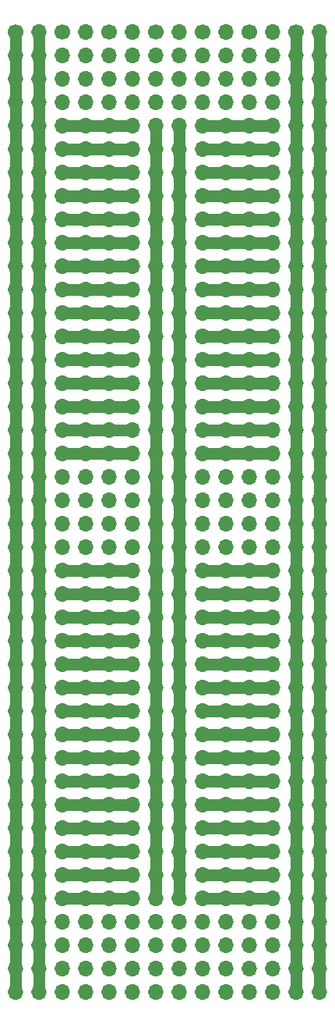
<source format=gbr>
G04 #@! TF.GenerationSoftware,KiCad,Pcbnew,5.0.2+dfsg1-1~bpo9+1*
G04 #@! TF.CreationDate,2019-11-20T21:54:30+01:00*
G04 #@! TF.ProjectId,eurobb,6575726f-6262-42e6-9b69-6361645f7063,rev?*
G04 #@! TF.SameCoordinates,Original*
G04 #@! TF.FileFunction,Copper,L2,Bot*
G04 #@! TF.FilePolarity,Positive*
%FSLAX46Y46*%
G04 Gerber Fmt 4.6, Leading zero omitted, Abs format (unit mm)*
G04 Created by KiCad (PCBNEW 5.0.2+dfsg1-1~bpo9+1) date Wed 20 Nov 2019 09:54:30 PM CET*
%MOMM*%
%LPD*%
G01*
G04 APERTURE LIST*
G04 #@! TA.AperFunction,ComponentPad*
%ADD10O,1.700000X1.700000*%
G04 #@! TD*
G04 #@! TA.AperFunction,ComponentPad*
%ADD11C,1.700000*%
G04 #@! TD*
G04 #@! TA.AperFunction,Conductor*
%ADD12C,1.270000*%
G04 #@! TD*
G04 APERTURE END LIST*
D10*
G04 #@! TO.P,REF\002A\002A,84*
G04 #@! TO.N,N/C*
X72136000Y-154305000D03*
G04 #@! TO.P,REF\002A\002A,83*
X69596000Y-154305000D03*
G04 #@! TO.P,REF\002A\002A,82*
X72136000Y-151765000D03*
G04 #@! TO.P,REF\002A\002A,81*
X69596000Y-151765000D03*
G04 #@! TO.P,REF\002A\002A,80*
X72136000Y-149225000D03*
G04 #@! TO.P,REF\002A\002A,79*
X69596000Y-149225000D03*
G04 #@! TO.P,REF\002A\002A,78*
X72136000Y-146685000D03*
G04 #@! TO.P,REF\002A\002A,77*
X69596000Y-146685000D03*
G04 #@! TO.P,REF\002A\002A,76*
X72136000Y-144145000D03*
G04 #@! TO.P,REF\002A\002A,75*
X69596000Y-144145000D03*
G04 #@! TO.P,REF\002A\002A,74*
X72136000Y-141605000D03*
G04 #@! TO.P,REF\002A\002A,73*
X69596000Y-141605000D03*
G04 #@! TO.P,REF\002A\002A,72*
X72136000Y-139065000D03*
G04 #@! TO.P,REF\002A\002A,71*
X69596000Y-139065000D03*
G04 #@! TO.P,REF\002A\002A,70*
X72136000Y-136525000D03*
G04 #@! TO.P,REF\002A\002A,69*
X69596000Y-136525000D03*
G04 #@! TO.P,REF\002A\002A,68*
X72136000Y-133985000D03*
G04 #@! TO.P,REF\002A\002A,67*
X69596000Y-133985000D03*
G04 #@! TO.P,REF\002A\002A,66*
X72136000Y-131445000D03*
G04 #@! TO.P,REF\002A\002A,65*
X69596000Y-131445000D03*
G04 #@! TO.P,REF\002A\002A,64*
X72136000Y-128905000D03*
G04 #@! TO.P,REF\002A\002A,63*
X69596000Y-128905000D03*
G04 #@! TO.P,REF\002A\002A,62*
X72136000Y-126365000D03*
G04 #@! TO.P,REF\002A\002A,61*
X69596000Y-126365000D03*
G04 #@! TO.P,REF\002A\002A,60*
X72136000Y-123825000D03*
G04 #@! TO.P,REF\002A\002A,59*
X69596000Y-123825000D03*
G04 #@! TO.P,REF\002A\002A,58*
X72136000Y-121285000D03*
G04 #@! TO.P,REF\002A\002A,57*
X69596000Y-121285000D03*
G04 #@! TO.P,REF\002A\002A,56*
X72136000Y-118745000D03*
G04 #@! TO.P,REF\002A\002A,55*
X69596000Y-118745000D03*
G04 #@! TO.P,REF\002A\002A,54*
X72136000Y-116205000D03*
G04 #@! TO.P,REF\002A\002A,53*
X69596000Y-116205000D03*
G04 #@! TO.P,REF\002A\002A,52*
X72136000Y-113665000D03*
G04 #@! TO.P,REF\002A\002A,51*
X69596000Y-113665000D03*
G04 #@! TO.P,REF\002A\002A,50*
X72136000Y-111125000D03*
G04 #@! TO.P,REF\002A\002A,49*
X69596000Y-111125000D03*
G04 #@! TO.P,REF\002A\002A,48*
X72136000Y-108585000D03*
G04 #@! TO.P,REF\002A\002A,47*
X69596000Y-108585000D03*
G04 #@! TO.P,REF\002A\002A,46*
X72136000Y-106045000D03*
G04 #@! TO.P,REF\002A\002A,45*
X69596000Y-106045000D03*
G04 #@! TO.P,REF\002A\002A,44*
X72136000Y-103505000D03*
G04 #@! TO.P,REF\002A\002A,43*
X69596000Y-103505000D03*
G04 #@! TO.P,REF\002A\002A,42*
X72136000Y-100965000D03*
G04 #@! TO.P,REF\002A\002A,41*
X69596000Y-100965000D03*
G04 #@! TO.P,REF\002A\002A,40*
X72136000Y-98425000D03*
G04 #@! TO.P,REF\002A\002A,39*
X69596000Y-98425000D03*
G04 #@! TO.P,REF\002A\002A,38*
X72136000Y-95885000D03*
G04 #@! TO.P,REF\002A\002A,37*
X69596000Y-95885000D03*
G04 #@! TO.P,REF\002A\002A,36*
X72136000Y-93345000D03*
G04 #@! TO.P,REF\002A\002A,35*
X69596000Y-93345000D03*
G04 #@! TO.P,REF\002A\002A,34*
X72136000Y-90805000D03*
G04 #@! TO.P,REF\002A\002A,33*
X69596000Y-90805000D03*
G04 #@! TO.P,REF\002A\002A,32*
X72136000Y-88265000D03*
G04 #@! TO.P,REF\002A\002A,31*
X69596000Y-88265000D03*
G04 #@! TO.P,REF\002A\002A,30*
X72136000Y-85725000D03*
G04 #@! TO.P,REF\002A\002A,29*
X69596000Y-85725000D03*
G04 #@! TO.P,REF\002A\002A,28*
X72136000Y-83185000D03*
G04 #@! TO.P,REF\002A\002A,27*
X69596000Y-83185000D03*
G04 #@! TO.P,REF\002A\002A,26*
X72136000Y-80645000D03*
G04 #@! TO.P,REF\002A\002A,25*
X69596000Y-80645000D03*
G04 #@! TO.P,REF\002A\002A,24*
X72136000Y-78105000D03*
G04 #@! TO.P,REF\002A\002A,23*
X69596000Y-78105000D03*
G04 #@! TO.P,REF\002A\002A,22*
X72136000Y-75565000D03*
G04 #@! TO.P,REF\002A\002A,21*
X69596000Y-75565000D03*
G04 #@! TO.P,REF\002A\002A,20*
X72136000Y-73025000D03*
G04 #@! TO.P,REF\002A\002A,19*
X69596000Y-73025000D03*
G04 #@! TO.P,REF\002A\002A,18*
X72136000Y-70485000D03*
G04 #@! TO.P,REF\002A\002A,17*
X69596000Y-70485000D03*
G04 #@! TO.P,REF\002A\002A,16*
X72136000Y-67945000D03*
G04 #@! TO.P,REF\002A\002A,15*
X69596000Y-67945000D03*
G04 #@! TO.P,REF\002A\002A,14*
X72136000Y-65405000D03*
G04 #@! TO.P,REF\002A\002A,13*
X69596000Y-65405000D03*
G04 #@! TO.P,REF\002A\002A,12*
X72136000Y-62865000D03*
G04 #@! TO.P,REF\002A\002A,11*
X69596000Y-62865000D03*
G04 #@! TO.P,REF\002A\002A,10*
X72136000Y-60325000D03*
G04 #@! TO.P,REF\002A\002A,9*
X69596000Y-60325000D03*
G04 #@! TO.P,REF\002A\002A,8*
X72136000Y-57785000D03*
G04 #@! TO.P,REF\002A\002A,7*
X69596000Y-57785000D03*
G04 #@! TO.P,REF\002A\002A,6*
X72136000Y-55245000D03*
G04 #@! TO.P,REF\002A\002A,5*
X69596000Y-55245000D03*
G04 #@! TO.P,REF\002A\002A,4*
X72136000Y-52705000D03*
G04 #@! TO.P,REF\002A\002A,3*
X69596000Y-52705000D03*
G04 #@! TO.P,REF\002A\002A,2*
X72136000Y-50165000D03*
D11*
G04 #@! TO.P,REF\002A\002A,1*
X69596000Y-50165000D03*
G04 #@! TD*
D10*
G04 #@! TO.P,REF\002A\002A,84*
G04 #@! TO.N,N/C*
X102616000Y-154305000D03*
G04 #@! TO.P,REF\002A\002A,83*
X100076000Y-154305000D03*
G04 #@! TO.P,REF\002A\002A,82*
X102616000Y-151765000D03*
G04 #@! TO.P,REF\002A\002A,81*
X100076000Y-151765000D03*
G04 #@! TO.P,REF\002A\002A,80*
X102616000Y-149225000D03*
G04 #@! TO.P,REF\002A\002A,79*
X100076000Y-149225000D03*
G04 #@! TO.P,REF\002A\002A,78*
X102616000Y-146685000D03*
G04 #@! TO.P,REF\002A\002A,77*
X100076000Y-146685000D03*
G04 #@! TO.P,REF\002A\002A,76*
X102616000Y-144145000D03*
G04 #@! TO.P,REF\002A\002A,75*
X100076000Y-144145000D03*
G04 #@! TO.P,REF\002A\002A,74*
X102616000Y-141605000D03*
G04 #@! TO.P,REF\002A\002A,73*
X100076000Y-141605000D03*
G04 #@! TO.P,REF\002A\002A,72*
X102616000Y-139065000D03*
G04 #@! TO.P,REF\002A\002A,71*
X100076000Y-139065000D03*
G04 #@! TO.P,REF\002A\002A,70*
X102616000Y-136525000D03*
G04 #@! TO.P,REF\002A\002A,69*
X100076000Y-136525000D03*
G04 #@! TO.P,REF\002A\002A,68*
X102616000Y-133985000D03*
G04 #@! TO.P,REF\002A\002A,67*
X100076000Y-133985000D03*
G04 #@! TO.P,REF\002A\002A,66*
X102616000Y-131445000D03*
G04 #@! TO.P,REF\002A\002A,65*
X100076000Y-131445000D03*
G04 #@! TO.P,REF\002A\002A,64*
X102616000Y-128905000D03*
G04 #@! TO.P,REF\002A\002A,63*
X100076000Y-128905000D03*
G04 #@! TO.P,REF\002A\002A,62*
X102616000Y-126365000D03*
G04 #@! TO.P,REF\002A\002A,61*
X100076000Y-126365000D03*
G04 #@! TO.P,REF\002A\002A,60*
X102616000Y-123825000D03*
G04 #@! TO.P,REF\002A\002A,59*
X100076000Y-123825000D03*
G04 #@! TO.P,REF\002A\002A,58*
X102616000Y-121285000D03*
G04 #@! TO.P,REF\002A\002A,57*
X100076000Y-121285000D03*
G04 #@! TO.P,REF\002A\002A,56*
X102616000Y-118745000D03*
G04 #@! TO.P,REF\002A\002A,55*
X100076000Y-118745000D03*
G04 #@! TO.P,REF\002A\002A,54*
X102616000Y-116205000D03*
G04 #@! TO.P,REF\002A\002A,53*
X100076000Y-116205000D03*
G04 #@! TO.P,REF\002A\002A,52*
X102616000Y-113665000D03*
G04 #@! TO.P,REF\002A\002A,51*
X100076000Y-113665000D03*
G04 #@! TO.P,REF\002A\002A,50*
X102616000Y-111125000D03*
G04 #@! TO.P,REF\002A\002A,49*
X100076000Y-111125000D03*
G04 #@! TO.P,REF\002A\002A,48*
X102616000Y-108585000D03*
G04 #@! TO.P,REF\002A\002A,47*
X100076000Y-108585000D03*
G04 #@! TO.P,REF\002A\002A,46*
X102616000Y-106045000D03*
G04 #@! TO.P,REF\002A\002A,45*
X100076000Y-106045000D03*
G04 #@! TO.P,REF\002A\002A,44*
X102616000Y-103505000D03*
G04 #@! TO.P,REF\002A\002A,43*
X100076000Y-103505000D03*
G04 #@! TO.P,REF\002A\002A,42*
X102616000Y-100965000D03*
G04 #@! TO.P,REF\002A\002A,41*
X100076000Y-100965000D03*
G04 #@! TO.P,REF\002A\002A,40*
X102616000Y-98425000D03*
G04 #@! TO.P,REF\002A\002A,39*
X100076000Y-98425000D03*
G04 #@! TO.P,REF\002A\002A,38*
X102616000Y-95885000D03*
G04 #@! TO.P,REF\002A\002A,37*
X100076000Y-95885000D03*
G04 #@! TO.P,REF\002A\002A,36*
X102616000Y-93345000D03*
G04 #@! TO.P,REF\002A\002A,35*
X100076000Y-93345000D03*
G04 #@! TO.P,REF\002A\002A,34*
X102616000Y-90805000D03*
G04 #@! TO.P,REF\002A\002A,33*
X100076000Y-90805000D03*
G04 #@! TO.P,REF\002A\002A,32*
X102616000Y-88265000D03*
G04 #@! TO.P,REF\002A\002A,31*
X100076000Y-88265000D03*
G04 #@! TO.P,REF\002A\002A,30*
X102616000Y-85725000D03*
G04 #@! TO.P,REF\002A\002A,29*
X100076000Y-85725000D03*
G04 #@! TO.P,REF\002A\002A,28*
X102616000Y-83185000D03*
G04 #@! TO.P,REF\002A\002A,27*
X100076000Y-83185000D03*
G04 #@! TO.P,REF\002A\002A,26*
X102616000Y-80645000D03*
G04 #@! TO.P,REF\002A\002A,25*
X100076000Y-80645000D03*
G04 #@! TO.P,REF\002A\002A,24*
X102616000Y-78105000D03*
G04 #@! TO.P,REF\002A\002A,23*
X100076000Y-78105000D03*
G04 #@! TO.P,REF\002A\002A,22*
X102616000Y-75565000D03*
G04 #@! TO.P,REF\002A\002A,21*
X100076000Y-75565000D03*
G04 #@! TO.P,REF\002A\002A,20*
X102616000Y-73025000D03*
G04 #@! TO.P,REF\002A\002A,19*
X100076000Y-73025000D03*
G04 #@! TO.P,REF\002A\002A,18*
X102616000Y-70485000D03*
G04 #@! TO.P,REF\002A\002A,17*
X100076000Y-70485000D03*
G04 #@! TO.P,REF\002A\002A,16*
X102616000Y-67945000D03*
G04 #@! TO.P,REF\002A\002A,15*
X100076000Y-67945000D03*
G04 #@! TO.P,REF\002A\002A,14*
X102616000Y-65405000D03*
G04 #@! TO.P,REF\002A\002A,13*
X100076000Y-65405000D03*
G04 #@! TO.P,REF\002A\002A,12*
X102616000Y-62865000D03*
G04 #@! TO.P,REF\002A\002A,11*
X100076000Y-62865000D03*
G04 #@! TO.P,REF\002A\002A,10*
X102616000Y-60325000D03*
G04 #@! TO.P,REF\002A\002A,9*
X100076000Y-60325000D03*
G04 #@! TO.P,REF\002A\002A,8*
X102616000Y-57785000D03*
G04 #@! TO.P,REF\002A\002A,7*
X100076000Y-57785000D03*
G04 #@! TO.P,REF\002A\002A,6*
X102616000Y-55245000D03*
G04 #@! TO.P,REF\002A\002A,5*
X100076000Y-55245000D03*
G04 #@! TO.P,REF\002A\002A,4*
X102616000Y-52705000D03*
G04 #@! TO.P,REF\002A\002A,3*
X100076000Y-52705000D03*
G04 #@! TO.P,REF\002A\002A,2*
X102616000Y-50165000D03*
D11*
G04 #@! TO.P,REF\002A\002A,1*
X100076000Y-50165000D03*
G04 #@! TD*
D10*
G04 #@! TO.P,REF\002A\002A,84*
G04 #@! TO.N,N/C*
X77216000Y-154305000D03*
G04 #@! TO.P,REF\002A\002A,83*
X74676000Y-154305000D03*
G04 #@! TO.P,REF\002A\002A,82*
X77216000Y-151765000D03*
G04 #@! TO.P,REF\002A\002A,81*
X74676000Y-151765000D03*
G04 #@! TO.P,REF\002A\002A,80*
X77216000Y-149225000D03*
G04 #@! TO.P,REF\002A\002A,79*
X74676000Y-149225000D03*
G04 #@! TO.P,REF\002A\002A,78*
X77216000Y-146685000D03*
G04 #@! TO.P,REF\002A\002A,77*
X74676000Y-146685000D03*
G04 #@! TO.P,REF\002A\002A,76*
X77216000Y-144145000D03*
G04 #@! TO.P,REF\002A\002A,75*
X74676000Y-144145000D03*
G04 #@! TO.P,REF\002A\002A,74*
X77216000Y-141605000D03*
G04 #@! TO.P,REF\002A\002A,73*
X74676000Y-141605000D03*
G04 #@! TO.P,REF\002A\002A,72*
X77216000Y-139065000D03*
G04 #@! TO.P,REF\002A\002A,71*
X74676000Y-139065000D03*
G04 #@! TO.P,REF\002A\002A,70*
X77216000Y-136525000D03*
G04 #@! TO.P,REF\002A\002A,69*
X74676000Y-136525000D03*
G04 #@! TO.P,REF\002A\002A,68*
X77216000Y-133985000D03*
G04 #@! TO.P,REF\002A\002A,67*
X74676000Y-133985000D03*
G04 #@! TO.P,REF\002A\002A,66*
X77216000Y-131445000D03*
G04 #@! TO.P,REF\002A\002A,65*
X74676000Y-131445000D03*
G04 #@! TO.P,REF\002A\002A,64*
X77216000Y-128905000D03*
G04 #@! TO.P,REF\002A\002A,63*
X74676000Y-128905000D03*
G04 #@! TO.P,REF\002A\002A,62*
X77216000Y-126365000D03*
G04 #@! TO.P,REF\002A\002A,61*
X74676000Y-126365000D03*
G04 #@! TO.P,REF\002A\002A,60*
X77216000Y-123825000D03*
G04 #@! TO.P,REF\002A\002A,59*
X74676000Y-123825000D03*
G04 #@! TO.P,REF\002A\002A,58*
X77216000Y-121285000D03*
G04 #@! TO.P,REF\002A\002A,57*
X74676000Y-121285000D03*
G04 #@! TO.P,REF\002A\002A,56*
X77216000Y-118745000D03*
G04 #@! TO.P,REF\002A\002A,55*
X74676000Y-118745000D03*
G04 #@! TO.P,REF\002A\002A,54*
X77216000Y-116205000D03*
G04 #@! TO.P,REF\002A\002A,53*
X74676000Y-116205000D03*
G04 #@! TO.P,REF\002A\002A,52*
X77216000Y-113665000D03*
G04 #@! TO.P,REF\002A\002A,51*
X74676000Y-113665000D03*
G04 #@! TO.P,REF\002A\002A,50*
X77216000Y-111125000D03*
G04 #@! TO.P,REF\002A\002A,49*
X74676000Y-111125000D03*
G04 #@! TO.P,REF\002A\002A,48*
X77216000Y-108585000D03*
G04 #@! TO.P,REF\002A\002A,47*
X74676000Y-108585000D03*
G04 #@! TO.P,REF\002A\002A,46*
X77216000Y-106045000D03*
G04 #@! TO.P,REF\002A\002A,45*
X74676000Y-106045000D03*
G04 #@! TO.P,REF\002A\002A,44*
X77216000Y-103505000D03*
G04 #@! TO.P,REF\002A\002A,43*
X74676000Y-103505000D03*
G04 #@! TO.P,REF\002A\002A,42*
X77216000Y-100965000D03*
G04 #@! TO.P,REF\002A\002A,41*
X74676000Y-100965000D03*
G04 #@! TO.P,REF\002A\002A,40*
X77216000Y-98425000D03*
G04 #@! TO.P,REF\002A\002A,39*
X74676000Y-98425000D03*
G04 #@! TO.P,REF\002A\002A,38*
X77216000Y-95885000D03*
G04 #@! TO.P,REF\002A\002A,37*
X74676000Y-95885000D03*
G04 #@! TO.P,REF\002A\002A,36*
X77216000Y-93345000D03*
G04 #@! TO.P,REF\002A\002A,35*
X74676000Y-93345000D03*
G04 #@! TO.P,REF\002A\002A,34*
X77216000Y-90805000D03*
G04 #@! TO.P,REF\002A\002A,33*
X74676000Y-90805000D03*
G04 #@! TO.P,REF\002A\002A,32*
X77216000Y-88265000D03*
G04 #@! TO.P,REF\002A\002A,31*
X74676000Y-88265000D03*
G04 #@! TO.P,REF\002A\002A,30*
X77216000Y-85725000D03*
G04 #@! TO.P,REF\002A\002A,29*
X74676000Y-85725000D03*
G04 #@! TO.P,REF\002A\002A,28*
X77216000Y-83185000D03*
G04 #@! TO.P,REF\002A\002A,27*
X74676000Y-83185000D03*
G04 #@! TO.P,REF\002A\002A,26*
X77216000Y-80645000D03*
G04 #@! TO.P,REF\002A\002A,25*
X74676000Y-80645000D03*
G04 #@! TO.P,REF\002A\002A,24*
X77216000Y-78105000D03*
G04 #@! TO.P,REF\002A\002A,23*
X74676000Y-78105000D03*
G04 #@! TO.P,REF\002A\002A,22*
X77216000Y-75565000D03*
G04 #@! TO.P,REF\002A\002A,21*
X74676000Y-75565000D03*
G04 #@! TO.P,REF\002A\002A,20*
X77216000Y-73025000D03*
G04 #@! TO.P,REF\002A\002A,19*
X74676000Y-73025000D03*
G04 #@! TO.P,REF\002A\002A,18*
X77216000Y-70485000D03*
G04 #@! TO.P,REF\002A\002A,17*
X74676000Y-70485000D03*
G04 #@! TO.P,REF\002A\002A,16*
X77216000Y-67945000D03*
G04 #@! TO.P,REF\002A\002A,15*
X74676000Y-67945000D03*
G04 #@! TO.P,REF\002A\002A,14*
X77216000Y-65405000D03*
G04 #@! TO.P,REF\002A\002A,13*
X74676000Y-65405000D03*
G04 #@! TO.P,REF\002A\002A,12*
X77216000Y-62865000D03*
G04 #@! TO.P,REF\002A\002A,11*
X74676000Y-62865000D03*
G04 #@! TO.P,REF\002A\002A,10*
X77216000Y-60325000D03*
G04 #@! TO.P,REF\002A\002A,9*
X74676000Y-60325000D03*
G04 #@! TO.P,REF\002A\002A,8*
X77216000Y-57785000D03*
G04 #@! TO.P,REF\002A\002A,7*
X74676000Y-57785000D03*
G04 #@! TO.P,REF\002A\002A,6*
X77216000Y-55245000D03*
G04 #@! TO.P,REF\002A\002A,5*
X74676000Y-55245000D03*
G04 #@! TO.P,REF\002A\002A,4*
X77216000Y-52705000D03*
G04 #@! TO.P,REF\002A\002A,3*
X74676000Y-52705000D03*
G04 #@! TO.P,REF\002A\002A,2*
X77216000Y-50165000D03*
D11*
G04 #@! TO.P,REF\002A\002A,1*
X74676000Y-50165000D03*
G04 #@! TD*
D10*
G04 #@! TO.P,REF\002A\002A,84*
G04 #@! TO.N,N/C*
X82296000Y-154305000D03*
G04 #@! TO.P,REF\002A\002A,83*
X79756000Y-154305000D03*
G04 #@! TO.P,REF\002A\002A,82*
X82296000Y-151765000D03*
G04 #@! TO.P,REF\002A\002A,81*
X79756000Y-151765000D03*
G04 #@! TO.P,REF\002A\002A,80*
X82296000Y-149225000D03*
G04 #@! TO.P,REF\002A\002A,79*
X79756000Y-149225000D03*
G04 #@! TO.P,REF\002A\002A,78*
X82296000Y-146685000D03*
G04 #@! TO.P,REF\002A\002A,77*
X79756000Y-146685000D03*
G04 #@! TO.P,REF\002A\002A,76*
X82296000Y-144145000D03*
G04 #@! TO.P,REF\002A\002A,75*
X79756000Y-144145000D03*
G04 #@! TO.P,REF\002A\002A,74*
X82296000Y-141605000D03*
G04 #@! TO.P,REF\002A\002A,73*
X79756000Y-141605000D03*
G04 #@! TO.P,REF\002A\002A,72*
X82296000Y-139065000D03*
G04 #@! TO.P,REF\002A\002A,71*
X79756000Y-139065000D03*
G04 #@! TO.P,REF\002A\002A,70*
X82296000Y-136525000D03*
G04 #@! TO.P,REF\002A\002A,69*
X79756000Y-136525000D03*
G04 #@! TO.P,REF\002A\002A,68*
X82296000Y-133985000D03*
G04 #@! TO.P,REF\002A\002A,67*
X79756000Y-133985000D03*
G04 #@! TO.P,REF\002A\002A,66*
X82296000Y-131445000D03*
G04 #@! TO.P,REF\002A\002A,65*
X79756000Y-131445000D03*
G04 #@! TO.P,REF\002A\002A,64*
X82296000Y-128905000D03*
G04 #@! TO.P,REF\002A\002A,63*
X79756000Y-128905000D03*
G04 #@! TO.P,REF\002A\002A,62*
X82296000Y-126365000D03*
G04 #@! TO.P,REF\002A\002A,61*
X79756000Y-126365000D03*
G04 #@! TO.P,REF\002A\002A,60*
X82296000Y-123825000D03*
G04 #@! TO.P,REF\002A\002A,59*
X79756000Y-123825000D03*
G04 #@! TO.P,REF\002A\002A,58*
X82296000Y-121285000D03*
G04 #@! TO.P,REF\002A\002A,57*
X79756000Y-121285000D03*
G04 #@! TO.P,REF\002A\002A,56*
X82296000Y-118745000D03*
G04 #@! TO.P,REF\002A\002A,55*
X79756000Y-118745000D03*
G04 #@! TO.P,REF\002A\002A,54*
X82296000Y-116205000D03*
G04 #@! TO.P,REF\002A\002A,53*
X79756000Y-116205000D03*
G04 #@! TO.P,REF\002A\002A,52*
X82296000Y-113665000D03*
G04 #@! TO.P,REF\002A\002A,51*
X79756000Y-113665000D03*
G04 #@! TO.P,REF\002A\002A,50*
X82296000Y-111125000D03*
G04 #@! TO.P,REF\002A\002A,49*
X79756000Y-111125000D03*
G04 #@! TO.P,REF\002A\002A,48*
X82296000Y-108585000D03*
G04 #@! TO.P,REF\002A\002A,47*
X79756000Y-108585000D03*
G04 #@! TO.P,REF\002A\002A,46*
X82296000Y-106045000D03*
G04 #@! TO.P,REF\002A\002A,45*
X79756000Y-106045000D03*
G04 #@! TO.P,REF\002A\002A,44*
X82296000Y-103505000D03*
G04 #@! TO.P,REF\002A\002A,43*
X79756000Y-103505000D03*
G04 #@! TO.P,REF\002A\002A,42*
X82296000Y-100965000D03*
G04 #@! TO.P,REF\002A\002A,41*
X79756000Y-100965000D03*
G04 #@! TO.P,REF\002A\002A,40*
X82296000Y-98425000D03*
G04 #@! TO.P,REF\002A\002A,39*
X79756000Y-98425000D03*
G04 #@! TO.P,REF\002A\002A,38*
X82296000Y-95885000D03*
G04 #@! TO.P,REF\002A\002A,37*
X79756000Y-95885000D03*
G04 #@! TO.P,REF\002A\002A,36*
X82296000Y-93345000D03*
G04 #@! TO.P,REF\002A\002A,35*
X79756000Y-93345000D03*
G04 #@! TO.P,REF\002A\002A,34*
X82296000Y-90805000D03*
G04 #@! TO.P,REF\002A\002A,33*
X79756000Y-90805000D03*
G04 #@! TO.P,REF\002A\002A,32*
X82296000Y-88265000D03*
G04 #@! TO.P,REF\002A\002A,31*
X79756000Y-88265000D03*
G04 #@! TO.P,REF\002A\002A,30*
X82296000Y-85725000D03*
G04 #@! TO.P,REF\002A\002A,29*
X79756000Y-85725000D03*
G04 #@! TO.P,REF\002A\002A,28*
X82296000Y-83185000D03*
G04 #@! TO.P,REF\002A\002A,27*
X79756000Y-83185000D03*
G04 #@! TO.P,REF\002A\002A,26*
X82296000Y-80645000D03*
G04 #@! TO.P,REF\002A\002A,25*
X79756000Y-80645000D03*
G04 #@! TO.P,REF\002A\002A,24*
X82296000Y-78105000D03*
G04 #@! TO.P,REF\002A\002A,23*
X79756000Y-78105000D03*
G04 #@! TO.P,REF\002A\002A,22*
X82296000Y-75565000D03*
G04 #@! TO.P,REF\002A\002A,21*
X79756000Y-75565000D03*
G04 #@! TO.P,REF\002A\002A,20*
X82296000Y-73025000D03*
G04 #@! TO.P,REF\002A\002A,19*
X79756000Y-73025000D03*
G04 #@! TO.P,REF\002A\002A,18*
X82296000Y-70485000D03*
G04 #@! TO.P,REF\002A\002A,17*
X79756000Y-70485000D03*
G04 #@! TO.P,REF\002A\002A,16*
X82296000Y-67945000D03*
G04 #@! TO.P,REF\002A\002A,15*
X79756000Y-67945000D03*
G04 #@! TO.P,REF\002A\002A,14*
X82296000Y-65405000D03*
G04 #@! TO.P,REF\002A\002A,13*
X79756000Y-65405000D03*
G04 #@! TO.P,REF\002A\002A,12*
X82296000Y-62865000D03*
G04 #@! TO.P,REF\002A\002A,11*
X79756000Y-62865000D03*
G04 #@! TO.P,REF\002A\002A,10*
X82296000Y-60325000D03*
G04 #@! TO.P,REF\002A\002A,9*
X79756000Y-60325000D03*
G04 #@! TO.P,REF\002A\002A,8*
X82296000Y-57785000D03*
G04 #@! TO.P,REF\002A\002A,7*
X79756000Y-57785000D03*
G04 #@! TO.P,REF\002A\002A,6*
X82296000Y-55245000D03*
G04 #@! TO.P,REF\002A\002A,5*
X79756000Y-55245000D03*
G04 #@! TO.P,REF\002A\002A,4*
X82296000Y-52705000D03*
G04 #@! TO.P,REF\002A\002A,3*
X79756000Y-52705000D03*
G04 #@! TO.P,REF\002A\002A,2*
X82296000Y-50165000D03*
D11*
G04 #@! TO.P,REF\002A\002A,1*
X79756000Y-50165000D03*
G04 #@! TD*
D10*
G04 #@! TO.P,REF\002A\002A,84*
G04 #@! TO.N,N/C*
X87376000Y-154305000D03*
G04 #@! TO.P,REF\002A\002A,83*
X84836000Y-154305000D03*
G04 #@! TO.P,REF\002A\002A,82*
X87376000Y-151765000D03*
G04 #@! TO.P,REF\002A\002A,81*
X84836000Y-151765000D03*
G04 #@! TO.P,REF\002A\002A,80*
X87376000Y-149225000D03*
G04 #@! TO.P,REF\002A\002A,79*
X84836000Y-149225000D03*
G04 #@! TO.P,REF\002A\002A,78*
X87376000Y-146685000D03*
G04 #@! TO.P,REF\002A\002A,77*
X84836000Y-146685000D03*
G04 #@! TO.P,REF\002A\002A,76*
X87376000Y-144145000D03*
G04 #@! TO.P,REF\002A\002A,75*
X84836000Y-144145000D03*
G04 #@! TO.P,REF\002A\002A,74*
X87376000Y-141605000D03*
G04 #@! TO.P,REF\002A\002A,73*
X84836000Y-141605000D03*
G04 #@! TO.P,REF\002A\002A,72*
X87376000Y-139065000D03*
G04 #@! TO.P,REF\002A\002A,71*
X84836000Y-139065000D03*
G04 #@! TO.P,REF\002A\002A,70*
X87376000Y-136525000D03*
G04 #@! TO.P,REF\002A\002A,69*
X84836000Y-136525000D03*
G04 #@! TO.P,REF\002A\002A,68*
X87376000Y-133985000D03*
G04 #@! TO.P,REF\002A\002A,67*
X84836000Y-133985000D03*
G04 #@! TO.P,REF\002A\002A,66*
X87376000Y-131445000D03*
G04 #@! TO.P,REF\002A\002A,65*
X84836000Y-131445000D03*
G04 #@! TO.P,REF\002A\002A,64*
X87376000Y-128905000D03*
G04 #@! TO.P,REF\002A\002A,63*
X84836000Y-128905000D03*
G04 #@! TO.P,REF\002A\002A,62*
X87376000Y-126365000D03*
G04 #@! TO.P,REF\002A\002A,61*
X84836000Y-126365000D03*
G04 #@! TO.P,REF\002A\002A,60*
X87376000Y-123825000D03*
G04 #@! TO.P,REF\002A\002A,59*
X84836000Y-123825000D03*
G04 #@! TO.P,REF\002A\002A,58*
X87376000Y-121285000D03*
G04 #@! TO.P,REF\002A\002A,57*
X84836000Y-121285000D03*
G04 #@! TO.P,REF\002A\002A,56*
X87376000Y-118745000D03*
G04 #@! TO.P,REF\002A\002A,55*
X84836000Y-118745000D03*
G04 #@! TO.P,REF\002A\002A,54*
X87376000Y-116205000D03*
G04 #@! TO.P,REF\002A\002A,53*
X84836000Y-116205000D03*
G04 #@! TO.P,REF\002A\002A,52*
X87376000Y-113665000D03*
G04 #@! TO.P,REF\002A\002A,51*
X84836000Y-113665000D03*
G04 #@! TO.P,REF\002A\002A,50*
X87376000Y-111125000D03*
G04 #@! TO.P,REF\002A\002A,49*
X84836000Y-111125000D03*
G04 #@! TO.P,REF\002A\002A,48*
X87376000Y-108585000D03*
G04 #@! TO.P,REF\002A\002A,47*
X84836000Y-108585000D03*
G04 #@! TO.P,REF\002A\002A,46*
X87376000Y-106045000D03*
G04 #@! TO.P,REF\002A\002A,45*
X84836000Y-106045000D03*
G04 #@! TO.P,REF\002A\002A,44*
X87376000Y-103505000D03*
G04 #@! TO.P,REF\002A\002A,43*
X84836000Y-103505000D03*
G04 #@! TO.P,REF\002A\002A,42*
X87376000Y-100965000D03*
G04 #@! TO.P,REF\002A\002A,41*
X84836000Y-100965000D03*
G04 #@! TO.P,REF\002A\002A,40*
X87376000Y-98425000D03*
G04 #@! TO.P,REF\002A\002A,39*
X84836000Y-98425000D03*
G04 #@! TO.P,REF\002A\002A,38*
X87376000Y-95885000D03*
G04 #@! TO.P,REF\002A\002A,37*
X84836000Y-95885000D03*
G04 #@! TO.P,REF\002A\002A,36*
X87376000Y-93345000D03*
G04 #@! TO.P,REF\002A\002A,35*
X84836000Y-93345000D03*
G04 #@! TO.P,REF\002A\002A,34*
X87376000Y-90805000D03*
G04 #@! TO.P,REF\002A\002A,33*
X84836000Y-90805000D03*
G04 #@! TO.P,REF\002A\002A,32*
X87376000Y-88265000D03*
G04 #@! TO.P,REF\002A\002A,31*
X84836000Y-88265000D03*
G04 #@! TO.P,REF\002A\002A,30*
X87376000Y-85725000D03*
G04 #@! TO.P,REF\002A\002A,29*
X84836000Y-85725000D03*
G04 #@! TO.P,REF\002A\002A,28*
X87376000Y-83185000D03*
G04 #@! TO.P,REF\002A\002A,27*
X84836000Y-83185000D03*
G04 #@! TO.P,REF\002A\002A,26*
X87376000Y-80645000D03*
G04 #@! TO.P,REF\002A\002A,25*
X84836000Y-80645000D03*
G04 #@! TO.P,REF\002A\002A,24*
X87376000Y-78105000D03*
G04 #@! TO.P,REF\002A\002A,23*
X84836000Y-78105000D03*
G04 #@! TO.P,REF\002A\002A,22*
X87376000Y-75565000D03*
G04 #@! TO.P,REF\002A\002A,21*
X84836000Y-75565000D03*
G04 #@! TO.P,REF\002A\002A,20*
X87376000Y-73025000D03*
G04 #@! TO.P,REF\002A\002A,19*
X84836000Y-73025000D03*
G04 #@! TO.P,REF\002A\002A,18*
X87376000Y-70485000D03*
G04 #@! TO.P,REF\002A\002A,17*
X84836000Y-70485000D03*
G04 #@! TO.P,REF\002A\002A,16*
X87376000Y-67945000D03*
G04 #@! TO.P,REF\002A\002A,15*
X84836000Y-67945000D03*
G04 #@! TO.P,REF\002A\002A,14*
X87376000Y-65405000D03*
G04 #@! TO.P,REF\002A\002A,13*
X84836000Y-65405000D03*
G04 #@! TO.P,REF\002A\002A,12*
X87376000Y-62865000D03*
G04 #@! TO.P,REF\002A\002A,11*
X84836000Y-62865000D03*
G04 #@! TO.P,REF\002A\002A,10*
X87376000Y-60325000D03*
G04 #@! TO.P,REF\002A\002A,9*
X84836000Y-60325000D03*
G04 #@! TO.P,REF\002A\002A,8*
X87376000Y-57785000D03*
G04 #@! TO.P,REF\002A\002A,7*
X84836000Y-57785000D03*
G04 #@! TO.P,REF\002A\002A,6*
X87376000Y-55245000D03*
G04 #@! TO.P,REF\002A\002A,5*
X84836000Y-55245000D03*
G04 #@! TO.P,REF\002A\002A,4*
X87376000Y-52705000D03*
G04 #@! TO.P,REF\002A\002A,3*
X84836000Y-52705000D03*
G04 #@! TO.P,REF\002A\002A,2*
X87376000Y-50165000D03*
D11*
G04 #@! TO.P,REF\002A\002A,1*
X84836000Y-50165000D03*
G04 #@! TD*
D10*
G04 #@! TO.P,REF\002A\002A,84*
G04 #@! TO.N,N/C*
X92456000Y-154305000D03*
G04 #@! TO.P,REF\002A\002A,83*
X89916000Y-154305000D03*
G04 #@! TO.P,REF\002A\002A,82*
X92456000Y-151765000D03*
G04 #@! TO.P,REF\002A\002A,81*
X89916000Y-151765000D03*
G04 #@! TO.P,REF\002A\002A,80*
X92456000Y-149225000D03*
G04 #@! TO.P,REF\002A\002A,79*
X89916000Y-149225000D03*
G04 #@! TO.P,REF\002A\002A,78*
X92456000Y-146685000D03*
G04 #@! TO.P,REF\002A\002A,77*
X89916000Y-146685000D03*
G04 #@! TO.P,REF\002A\002A,76*
X92456000Y-144145000D03*
G04 #@! TO.P,REF\002A\002A,75*
X89916000Y-144145000D03*
G04 #@! TO.P,REF\002A\002A,74*
X92456000Y-141605000D03*
G04 #@! TO.P,REF\002A\002A,73*
X89916000Y-141605000D03*
G04 #@! TO.P,REF\002A\002A,72*
X92456000Y-139065000D03*
G04 #@! TO.P,REF\002A\002A,71*
X89916000Y-139065000D03*
G04 #@! TO.P,REF\002A\002A,70*
X92456000Y-136525000D03*
G04 #@! TO.P,REF\002A\002A,69*
X89916000Y-136525000D03*
G04 #@! TO.P,REF\002A\002A,68*
X92456000Y-133985000D03*
G04 #@! TO.P,REF\002A\002A,67*
X89916000Y-133985000D03*
G04 #@! TO.P,REF\002A\002A,66*
X92456000Y-131445000D03*
G04 #@! TO.P,REF\002A\002A,65*
X89916000Y-131445000D03*
G04 #@! TO.P,REF\002A\002A,64*
X92456000Y-128905000D03*
G04 #@! TO.P,REF\002A\002A,63*
X89916000Y-128905000D03*
G04 #@! TO.P,REF\002A\002A,62*
X92456000Y-126365000D03*
G04 #@! TO.P,REF\002A\002A,61*
X89916000Y-126365000D03*
G04 #@! TO.P,REF\002A\002A,60*
X92456000Y-123825000D03*
G04 #@! TO.P,REF\002A\002A,59*
X89916000Y-123825000D03*
G04 #@! TO.P,REF\002A\002A,58*
X92456000Y-121285000D03*
G04 #@! TO.P,REF\002A\002A,57*
X89916000Y-121285000D03*
G04 #@! TO.P,REF\002A\002A,56*
X92456000Y-118745000D03*
G04 #@! TO.P,REF\002A\002A,55*
X89916000Y-118745000D03*
G04 #@! TO.P,REF\002A\002A,54*
X92456000Y-116205000D03*
G04 #@! TO.P,REF\002A\002A,53*
X89916000Y-116205000D03*
G04 #@! TO.P,REF\002A\002A,52*
X92456000Y-113665000D03*
G04 #@! TO.P,REF\002A\002A,51*
X89916000Y-113665000D03*
G04 #@! TO.P,REF\002A\002A,50*
X92456000Y-111125000D03*
G04 #@! TO.P,REF\002A\002A,49*
X89916000Y-111125000D03*
G04 #@! TO.P,REF\002A\002A,48*
X92456000Y-108585000D03*
G04 #@! TO.P,REF\002A\002A,47*
X89916000Y-108585000D03*
G04 #@! TO.P,REF\002A\002A,46*
X92456000Y-106045000D03*
G04 #@! TO.P,REF\002A\002A,45*
X89916000Y-106045000D03*
G04 #@! TO.P,REF\002A\002A,44*
X92456000Y-103505000D03*
G04 #@! TO.P,REF\002A\002A,43*
X89916000Y-103505000D03*
G04 #@! TO.P,REF\002A\002A,42*
X92456000Y-100965000D03*
G04 #@! TO.P,REF\002A\002A,41*
X89916000Y-100965000D03*
G04 #@! TO.P,REF\002A\002A,40*
X92456000Y-98425000D03*
G04 #@! TO.P,REF\002A\002A,39*
X89916000Y-98425000D03*
G04 #@! TO.P,REF\002A\002A,38*
X92456000Y-95885000D03*
G04 #@! TO.P,REF\002A\002A,37*
X89916000Y-95885000D03*
G04 #@! TO.P,REF\002A\002A,36*
X92456000Y-93345000D03*
G04 #@! TO.P,REF\002A\002A,35*
X89916000Y-93345000D03*
G04 #@! TO.P,REF\002A\002A,34*
X92456000Y-90805000D03*
G04 #@! TO.P,REF\002A\002A,33*
X89916000Y-90805000D03*
G04 #@! TO.P,REF\002A\002A,32*
X92456000Y-88265000D03*
G04 #@! TO.P,REF\002A\002A,31*
X89916000Y-88265000D03*
G04 #@! TO.P,REF\002A\002A,30*
X92456000Y-85725000D03*
G04 #@! TO.P,REF\002A\002A,29*
X89916000Y-85725000D03*
G04 #@! TO.P,REF\002A\002A,28*
X92456000Y-83185000D03*
G04 #@! TO.P,REF\002A\002A,27*
X89916000Y-83185000D03*
G04 #@! TO.P,REF\002A\002A,26*
X92456000Y-80645000D03*
G04 #@! TO.P,REF\002A\002A,25*
X89916000Y-80645000D03*
G04 #@! TO.P,REF\002A\002A,24*
X92456000Y-78105000D03*
G04 #@! TO.P,REF\002A\002A,23*
X89916000Y-78105000D03*
G04 #@! TO.P,REF\002A\002A,22*
X92456000Y-75565000D03*
G04 #@! TO.P,REF\002A\002A,21*
X89916000Y-75565000D03*
G04 #@! TO.P,REF\002A\002A,20*
X92456000Y-73025000D03*
G04 #@! TO.P,REF\002A\002A,19*
X89916000Y-73025000D03*
G04 #@! TO.P,REF\002A\002A,18*
X92456000Y-70485000D03*
G04 #@! TO.P,REF\002A\002A,17*
X89916000Y-70485000D03*
G04 #@! TO.P,REF\002A\002A,16*
X92456000Y-67945000D03*
G04 #@! TO.P,REF\002A\002A,15*
X89916000Y-67945000D03*
G04 #@! TO.P,REF\002A\002A,14*
X92456000Y-65405000D03*
G04 #@! TO.P,REF\002A\002A,13*
X89916000Y-65405000D03*
G04 #@! TO.P,REF\002A\002A,12*
X92456000Y-62865000D03*
G04 #@! TO.P,REF\002A\002A,11*
X89916000Y-62865000D03*
G04 #@! TO.P,REF\002A\002A,10*
X92456000Y-60325000D03*
G04 #@! TO.P,REF\002A\002A,9*
X89916000Y-60325000D03*
G04 #@! TO.P,REF\002A\002A,8*
X92456000Y-57785000D03*
G04 #@! TO.P,REF\002A\002A,7*
X89916000Y-57785000D03*
G04 #@! TO.P,REF\002A\002A,6*
X92456000Y-55245000D03*
G04 #@! TO.P,REF\002A\002A,5*
X89916000Y-55245000D03*
G04 #@! TO.P,REF\002A\002A,4*
X92456000Y-52705000D03*
G04 #@! TO.P,REF\002A\002A,3*
X89916000Y-52705000D03*
G04 #@! TO.P,REF\002A\002A,2*
X92456000Y-50165000D03*
D11*
G04 #@! TO.P,REF\002A\002A,1*
X89916000Y-50165000D03*
G04 #@! TD*
D10*
G04 #@! TO.P,REF\002A\002A,84*
G04 #@! TO.N,N/C*
X97536000Y-154305000D03*
G04 #@! TO.P,REF\002A\002A,83*
X94996000Y-154305000D03*
G04 #@! TO.P,REF\002A\002A,82*
X97536000Y-151765000D03*
G04 #@! TO.P,REF\002A\002A,81*
X94996000Y-151765000D03*
G04 #@! TO.P,REF\002A\002A,80*
X97536000Y-149225000D03*
G04 #@! TO.P,REF\002A\002A,79*
X94996000Y-149225000D03*
G04 #@! TO.P,REF\002A\002A,78*
X97536000Y-146685000D03*
G04 #@! TO.P,REF\002A\002A,77*
X94996000Y-146685000D03*
G04 #@! TO.P,REF\002A\002A,76*
X97536000Y-144145000D03*
G04 #@! TO.P,REF\002A\002A,75*
X94996000Y-144145000D03*
G04 #@! TO.P,REF\002A\002A,74*
X97536000Y-141605000D03*
G04 #@! TO.P,REF\002A\002A,73*
X94996000Y-141605000D03*
G04 #@! TO.P,REF\002A\002A,72*
X97536000Y-139065000D03*
G04 #@! TO.P,REF\002A\002A,71*
X94996000Y-139065000D03*
G04 #@! TO.P,REF\002A\002A,70*
X97536000Y-136525000D03*
G04 #@! TO.P,REF\002A\002A,69*
X94996000Y-136525000D03*
G04 #@! TO.P,REF\002A\002A,68*
X97536000Y-133985000D03*
G04 #@! TO.P,REF\002A\002A,67*
X94996000Y-133985000D03*
G04 #@! TO.P,REF\002A\002A,66*
X97536000Y-131445000D03*
G04 #@! TO.P,REF\002A\002A,65*
X94996000Y-131445000D03*
G04 #@! TO.P,REF\002A\002A,64*
X97536000Y-128905000D03*
G04 #@! TO.P,REF\002A\002A,63*
X94996000Y-128905000D03*
G04 #@! TO.P,REF\002A\002A,62*
X97536000Y-126365000D03*
G04 #@! TO.P,REF\002A\002A,61*
X94996000Y-126365000D03*
G04 #@! TO.P,REF\002A\002A,60*
X97536000Y-123825000D03*
G04 #@! TO.P,REF\002A\002A,59*
X94996000Y-123825000D03*
G04 #@! TO.P,REF\002A\002A,58*
X97536000Y-121285000D03*
G04 #@! TO.P,REF\002A\002A,57*
X94996000Y-121285000D03*
G04 #@! TO.P,REF\002A\002A,56*
X97536000Y-118745000D03*
G04 #@! TO.P,REF\002A\002A,55*
X94996000Y-118745000D03*
G04 #@! TO.P,REF\002A\002A,54*
X97536000Y-116205000D03*
G04 #@! TO.P,REF\002A\002A,53*
X94996000Y-116205000D03*
G04 #@! TO.P,REF\002A\002A,52*
X97536000Y-113665000D03*
G04 #@! TO.P,REF\002A\002A,51*
X94996000Y-113665000D03*
G04 #@! TO.P,REF\002A\002A,50*
X97536000Y-111125000D03*
G04 #@! TO.P,REF\002A\002A,49*
X94996000Y-111125000D03*
G04 #@! TO.P,REF\002A\002A,48*
X97536000Y-108585000D03*
G04 #@! TO.P,REF\002A\002A,47*
X94996000Y-108585000D03*
G04 #@! TO.P,REF\002A\002A,46*
X97536000Y-106045000D03*
G04 #@! TO.P,REF\002A\002A,45*
X94996000Y-106045000D03*
G04 #@! TO.P,REF\002A\002A,44*
X97536000Y-103505000D03*
G04 #@! TO.P,REF\002A\002A,43*
X94996000Y-103505000D03*
G04 #@! TO.P,REF\002A\002A,42*
X97536000Y-100965000D03*
G04 #@! TO.P,REF\002A\002A,41*
X94996000Y-100965000D03*
G04 #@! TO.P,REF\002A\002A,40*
X97536000Y-98425000D03*
G04 #@! TO.P,REF\002A\002A,39*
X94996000Y-98425000D03*
G04 #@! TO.P,REF\002A\002A,38*
X97536000Y-95885000D03*
G04 #@! TO.P,REF\002A\002A,37*
X94996000Y-95885000D03*
G04 #@! TO.P,REF\002A\002A,36*
X97536000Y-93345000D03*
G04 #@! TO.P,REF\002A\002A,35*
X94996000Y-93345000D03*
G04 #@! TO.P,REF\002A\002A,34*
X97536000Y-90805000D03*
G04 #@! TO.P,REF\002A\002A,33*
X94996000Y-90805000D03*
G04 #@! TO.P,REF\002A\002A,32*
X97536000Y-88265000D03*
G04 #@! TO.P,REF\002A\002A,31*
X94996000Y-88265000D03*
G04 #@! TO.P,REF\002A\002A,30*
X97536000Y-85725000D03*
G04 #@! TO.P,REF\002A\002A,29*
X94996000Y-85725000D03*
G04 #@! TO.P,REF\002A\002A,28*
X97536000Y-83185000D03*
G04 #@! TO.P,REF\002A\002A,27*
X94996000Y-83185000D03*
G04 #@! TO.P,REF\002A\002A,26*
X97536000Y-80645000D03*
G04 #@! TO.P,REF\002A\002A,25*
X94996000Y-80645000D03*
G04 #@! TO.P,REF\002A\002A,24*
X97536000Y-78105000D03*
G04 #@! TO.P,REF\002A\002A,23*
X94996000Y-78105000D03*
G04 #@! TO.P,REF\002A\002A,22*
X97536000Y-75565000D03*
G04 #@! TO.P,REF\002A\002A,21*
X94996000Y-75565000D03*
G04 #@! TO.P,REF\002A\002A,20*
X97536000Y-73025000D03*
G04 #@! TO.P,REF\002A\002A,19*
X94996000Y-73025000D03*
G04 #@! TO.P,REF\002A\002A,18*
X97536000Y-70485000D03*
G04 #@! TO.P,REF\002A\002A,17*
X94996000Y-70485000D03*
G04 #@! TO.P,REF\002A\002A,16*
X97536000Y-67945000D03*
G04 #@! TO.P,REF\002A\002A,15*
X94996000Y-67945000D03*
G04 #@! TO.P,REF\002A\002A,14*
X97536000Y-65405000D03*
G04 #@! TO.P,REF\002A\002A,13*
X94996000Y-65405000D03*
G04 #@! TO.P,REF\002A\002A,12*
X97536000Y-62865000D03*
G04 #@! TO.P,REF\002A\002A,11*
X94996000Y-62865000D03*
G04 #@! TO.P,REF\002A\002A,10*
X97536000Y-60325000D03*
G04 #@! TO.P,REF\002A\002A,9*
X94996000Y-60325000D03*
G04 #@! TO.P,REF\002A\002A,8*
X97536000Y-57785000D03*
G04 #@! TO.P,REF\002A\002A,7*
X94996000Y-57785000D03*
G04 #@! TO.P,REF\002A\002A,6*
X97536000Y-55245000D03*
G04 #@! TO.P,REF\002A\002A,5*
X94996000Y-55245000D03*
G04 #@! TO.P,REF\002A\002A,4*
X97536000Y-52705000D03*
G04 #@! TO.P,REF\002A\002A,3*
X94996000Y-52705000D03*
G04 #@! TO.P,REF\002A\002A,2*
X97536000Y-50165000D03*
D11*
G04 #@! TO.P,REF\002A\002A,1*
X94996000Y-50165000D03*
G04 #@! TD*
D12*
G04 #@! TO.N,*
X100076000Y-154305000D02*
X100076000Y-50165000D01*
X72136000Y-154305000D02*
X72136000Y-50165000D01*
X89916000Y-60325000D02*
X97536000Y-60325000D01*
X89916000Y-62865000D02*
X97536000Y-62865000D01*
X89916000Y-65405000D02*
X97536000Y-65405000D01*
X89916000Y-67945000D02*
X97536000Y-67945000D01*
X89916000Y-70485000D02*
X97536000Y-70485000D01*
X89916000Y-73025000D02*
X97536000Y-73025000D01*
X89916000Y-75565000D02*
X97536000Y-75565000D01*
X89916000Y-78105000D02*
X97536000Y-78105000D01*
X89916000Y-80645000D02*
X97536000Y-80645000D01*
X89916000Y-83185000D02*
X97536000Y-83185000D01*
X89916000Y-85725000D02*
X97536000Y-85725000D01*
X89916000Y-88265000D02*
X97536000Y-88265000D01*
X89916000Y-90805000D02*
X97536000Y-90805000D01*
X89916000Y-93345000D02*
X97536000Y-93345000D01*
X89916000Y-95885000D02*
X97536000Y-95885000D01*
X89916000Y-108585000D02*
X97536000Y-108585000D01*
X89916000Y-111125000D02*
X97536000Y-111125000D01*
X89916000Y-113665000D02*
X97536000Y-113665000D01*
X89916000Y-116205000D02*
X97536000Y-116205000D01*
X89916000Y-118745000D02*
X97536000Y-118745000D01*
X89916000Y-121285000D02*
X97536000Y-121285000D01*
X89916000Y-123825000D02*
X97536000Y-123825000D01*
X89916000Y-126365000D02*
X97536000Y-126365000D01*
X89916000Y-128905000D02*
X97536000Y-128905000D01*
X89916000Y-131445000D02*
X97536000Y-131445000D01*
X89916000Y-133985000D02*
X97536000Y-133985000D01*
X89916000Y-136525000D02*
X97536000Y-136525000D01*
X89916000Y-139065000D02*
X97536000Y-139065000D01*
X89916000Y-141605000D02*
X97536000Y-141605000D01*
X89916000Y-144145000D02*
X97536000Y-144145000D01*
X87376000Y-144145000D02*
X87376000Y-60325000D01*
X84836000Y-60325000D02*
X84836000Y-144145000D01*
X82296000Y-144145000D02*
X74676000Y-144145000D01*
X74676000Y-141605000D02*
X82296000Y-141605000D01*
X82296000Y-139065000D02*
X74676000Y-139065000D01*
X74676000Y-136525000D02*
X82296000Y-136525000D01*
X82296000Y-133985000D02*
X74676000Y-133985000D01*
X74676000Y-131445000D02*
X82296000Y-131445000D01*
X82296000Y-128905000D02*
X74676000Y-128905000D01*
X74676000Y-126365000D02*
X82296000Y-126365000D01*
X82296000Y-123825000D02*
X74676000Y-123825000D01*
X74676000Y-121285000D02*
X82296000Y-121285000D01*
X82296000Y-118745000D02*
X74676000Y-118745000D01*
X74676000Y-116205000D02*
X82296000Y-116205000D01*
X82296000Y-113665000D02*
X74676000Y-113665000D01*
X74676000Y-111125000D02*
X82296000Y-111125000D01*
X82296000Y-108585000D02*
X74676000Y-108585000D01*
X74676000Y-95885000D02*
X82296000Y-95885000D01*
X82296000Y-93345000D02*
X74676000Y-93345000D01*
X74676000Y-90805000D02*
X82296000Y-90805000D01*
X82296000Y-88265000D02*
X74676000Y-88265000D01*
X74676000Y-85725000D02*
X82296000Y-85725000D01*
X82296000Y-83185000D02*
X74676000Y-83185000D01*
X74676000Y-80645000D02*
X82296000Y-80645000D01*
X82296000Y-78105000D02*
X74676000Y-78105000D01*
X74676000Y-75565000D02*
X82296000Y-75565000D01*
X82296000Y-73025000D02*
X74676000Y-73025000D01*
X74676000Y-70485000D02*
X82296000Y-70485000D01*
X82296000Y-67945000D02*
X74676000Y-67945000D01*
X74676000Y-65405000D02*
X82296000Y-65405000D01*
X82296000Y-62865000D02*
X74676000Y-62865000D01*
X74676000Y-60325000D02*
X82296000Y-60325000D01*
X102616000Y-154305000D02*
X102616000Y-50165000D01*
X69596000Y-153102919D02*
X69596000Y-50165000D01*
X69596000Y-154305000D02*
X69596000Y-153102919D01*
G04 #@! TD*
M02*

</source>
